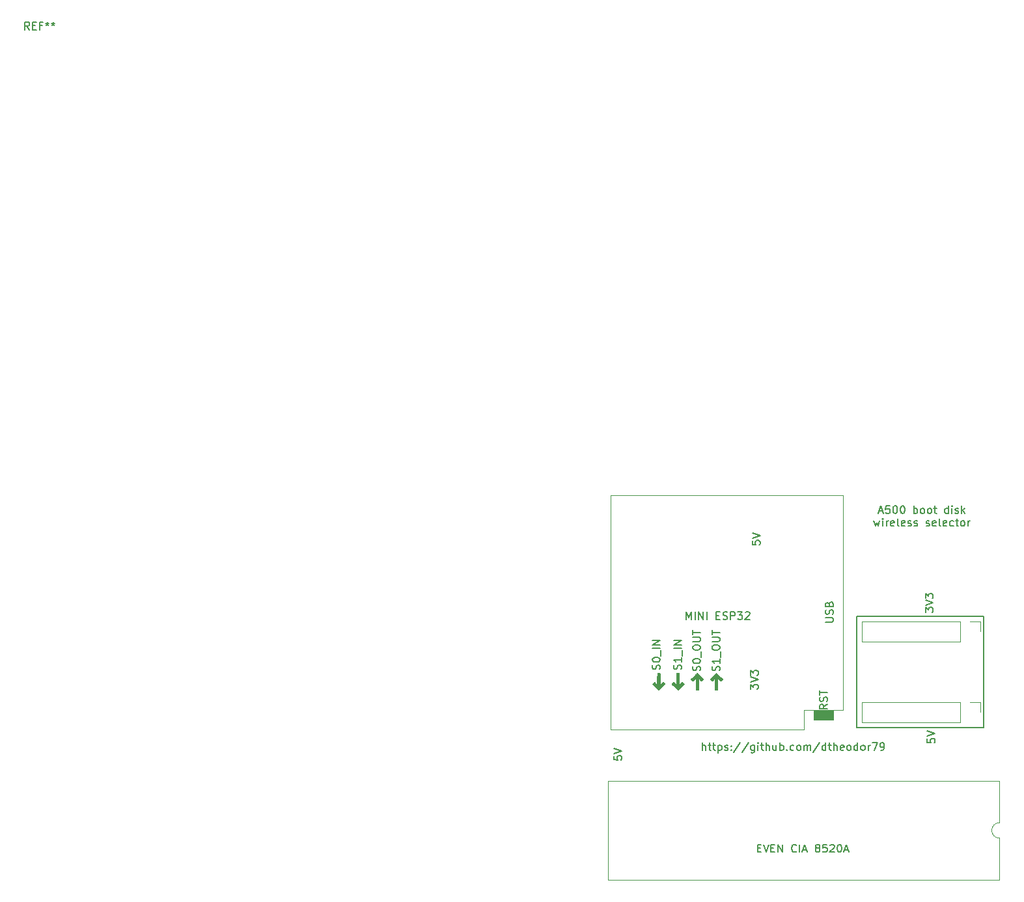
<source format=gto>
G04 #@! TF.GenerationSoftware,KiCad,Pcbnew,(5.1.6)-1*
G04 #@! TF.CreationDate,2021-10-27T15:33:21+03:00*
G04 #@! TF.ProjectId,df_selector,64665f73-656c-4656-9374-6f722e6b6963,rev?*
G04 #@! TF.SameCoordinates,Original*
G04 #@! TF.FileFunction,Legend,Top*
G04 #@! TF.FilePolarity,Positive*
%FSLAX46Y46*%
G04 Gerber Fmt 4.6, Leading zero omitted, Abs format (unit mm)*
G04 Created by KiCad (PCBNEW (5.1.6)-1) date 2021-10-27 15:33:21*
%MOMM*%
%LPD*%
G01*
G04 APERTURE LIST*
%ADD10C,0.150000*%
%ADD11C,0.120000*%
%ADD12C,0.100000*%
%ADD13C,0.010000*%
%ADD14O,1.700000X1.700000*%
%ADD15R,1.700000X1.700000*%
%ADD16C,1.700000*%
G04 APERTURE END LIST*
D10*
X74702380Y-95440476D02*
X74702380Y-95916666D01*
X75178571Y-95964285D01*
X75130952Y-95916666D01*
X75083333Y-95821428D01*
X75083333Y-95583333D01*
X75130952Y-95488095D01*
X75178571Y-95440476D01*
X75273809Y-95392857D01*
X75511904Y-95392857D01*
X75607142Y-95440476D01*
X75654761Y-95488095D01*
X75702380Y-95583333D01*
X75702380Y-95821428D01*
X75654761Y-95916666D01*
X75607142Y-95964285D01*
X74702380Y-95107142D02*
X75702380Y-94773809D01*
X74702380Y-94440476D01*
X92452380Y-86738095D02*
X92452380Y-86119047D01*
X92833333Y-86452380D01*
X92833333Y-86309523D01*
X92880952Y-86214285D01*
X92928571Y-86166666D01*
X93023809Y-86119047D01*
X93261904Y-86119047D01*
X93357142Y-86166666D01*
X93404761Y-86214285D01*
X93452380Y-86309523D01*
X93452380Y-86595238D01*
X93404761Y-86690476D01*
X93357142Y-86738095D01*
X92452380Y-85833333D02*
X93452380Y-85500000D01*
X92452380Y-85166666D01*
X92452380Y-84928571D02*
X92452380Y-84309523D01*
X92833333Y-84642857D01*
X92833333Y-84500000D01*
X92880952Y-84404761D01*
X92928571Y-84357142D01*
X93023809Y-84309523D01*
X93261904Y-84309523D01*
X93357142Y-84357142D01*
X93404761Y-84404761D01*
X93452380Y-84500000D01*
X93452380Y-84785714D01*
X93404761Y-84880952D01*
X93357142Y-84928571D01*
X92702380Y-67440476D02*
X92702380Y-67916666D01*
X93178571Y-67964285D01*
X93130952Y-67916666D01*
X93083333Y-67821428D01*
X93083333Y-67583333D01*
X93130952Y-67488095D01*
X93178571Y-67440476D01*
X93273809Y-67392857D01*
X93511904Y-67392857D01*
X93607142Y-67440476D01*
X93654761Y-67488095D01*
X93702380Y-67583333D01*
X93702380Y-67821428D01*
X93654761Y-67916666D01*
X93607142Y-67964285D01*
X92702380Y-67107142D02*
X93702380Y-66773809D01*
X92702380Y-66440476D01*
X88404761Y-84321428D02*
X88452380Y-84178571D01*
X88452380Y-83940476D01*
X88404761Y-83845238D01*
X88357142Y-83797619D01*
X88261904Y-83750000D01*
X88166666Y-83750000D01*
X88071428Y-83797619D01*
X88023809Y-83845238D01*
X87976190Y-83940476D01*
X87928571Y-84130952D01*
X87880952Y-84226190D01*
X87833333Y-84273809D01*
X87738095Y-84321428D01*
X87642857Y-84321428D01*
X87547619Y-84273809D01*
X87500000Y-84226190D01*
X87452380Y-84130952D01*
X87452380Y-83892857D01*
X87500000Y-83750000D01*
X88452380Y-82797619D02*
X88452380Y-83369047D01*
X88452380Y-83083333D02*
X87452380Y-83083333D01*
X87595238Y-83178571D01*
X87690476Y-83273809D01*
X87738095Y-83369047D01*
X88547619Y-82607142D02*
X88547619Y-81845238D01*
X87452380Y-81416666D02*
X87452380Y-81226190D01*
X87500000Y-81130952D01*
X87595238Y-81035714D01*
X87785714Y-80988095D01*
X88119047Y-80988095D01*
X88309523Y-81035714D01*
X88404761Y-81130952D01*
X88452380Y-81226190D01*
X88452380Y-81416666D01*
X88404761Y-81511904D01*
X88309523Y-81607142D01*
X88119047Y-81654761D01*
X87785714Y-81654761D01*
X87595238Y-81607142D01*
X87500000Y-81511904D01*
X87452380Y-81416666D01*
X87452380Y-80559523D02*
X88261904Y-80559523D01*
X88357142Y-80511904D01*
X88404761Y-80464285D01*
X88452380Y-80369047D01*
X88452380Y-80178571D01*
X88404761Y-80083333D01*
X88357142Y-80035714D01*
X88261904Y-79988095D01*
X87452380Y-79988095D01*
X87452380Y-79654761D02*
X87452380Y-79083333D01*
X88452380Y-79369047D02*
X87452380Y-79369047D01*
X85904761Y-84321428D02*
X85952380Y-84178571D01*
X85952380Y-83940476D01*
X85904761Y-83845238D01*
X85857142Y-83797619D01*
X85761904Y-83750000D01*
X85666666Y-83750000D01*
X85571428Y-83797619D01*
X85523809Y-83845238D01*
X85476190Y-83940476D01*
X85428571Y-84130952D01*
X85380952Y-84226190D01*
X85333333Y-84273809D01*
X85238095Y-84321428D01*
X85142857Y-84321428D01*
X85047619Y-84273809D01*
X85000000Y-84226190D01*
X84952380Y-84130952D01*
X84952380Y-83892857D01*
X85000000Y-83750000D01*
X84952380Y-83130952D02*
X84952380Y-83035714D01*
X85000000Y-82940476D01*
X85047619Y-82892857D01*
X85142857Y-82845238D01*
X85333333Y-82797619D01*
X85571428Y-82797619D01*
X85761904Y-82845238D01*
X85857142Y-82892857D01*
X85904761Y-82940476D01*
X85952380Y-83035714D01*
X85952380Y-83130952D01*
X85904761Y-83226190D01*
X85857142Y-83273809D01*
X85761904Y-83321428D01*
X85571428Y-83369047D01*
X85333333Y-83369047D01*
X85142857Y-83321428D01*
X85047619Y-83273809D01*
X85000000Y-83226190D01*
X84952380Y-83130952D01*
X86047619Y-82607142D02*
X86047619Y-81845238D01*
X84952380Y-81416666D02*
X84952380Y-81226190D01*
X85000000Y-81130952D01*
X85095238Y-81035714D01*
X85285714Y-80988095D01*
X85619047Y-80988095D01*
X85809523Y-81035714D01*
X85904761Y-81130952D01*
X85952380Y-81226190D01*
X85952380Y-81416666D01*
X85904761Y-81511904D01*
X85809523Y-81607142D01*
X85619047Y-81654761D01*
X85285714Y-81654761D01*
X85095238Y-81607142D01*
X85000000Y-81511904D01*
X84952380Y-81416666D01*
X84952380Y-80559523D02*
X85761904Y-80559523D01*
X85857142Y-80511904D01*
X85904761Y-80464285D01*
X85952380Y-80369047D01*
X85952380Y-80178571D01*
X85904761Y-80083333D01*
X85857142Y-80035714D01*
X85761904Y-79988095D01*
X84952380Y-79988095D01*
X84952380Y-79654761D02*
X84952380Y-79083333D01*
X85952380Y-79369047D02*
X84952380Y-79369047D01*
X83404761Y-84154761D02*
X83452380Y-84011904D01*
X83452380Y-83773809D01*
X83404761Y-83678571D01*
X83357142Y-83630952D01*
X83261904Y-83583333D01*
X83166666Y-83583333D01*
X83071428Y-83630952D01*
X83023809Y-83678571D01*
X82976190Y-83773809D01*
X82928571Y-83964285D01*
X82880952Y-84059523D01*
X82833333Y-84107142D01*
X82738095Y-84154761D01*
X82642857Y-84154761D01*
X82547619Y-84107142D01*
X82500000Y-84059523D01*
X82452380Y-83964285D01*
X82452380Y-83726190D01*
X82500000Y-83583333D01*
X83452380Y-82630952D02*
X83452380Y-83202380D01*
X83452380Y-82916666D02*
X82452380Y-82916666D01*
X82595238Y-83011904D01*
X82690476Y-83107142D01*
X82738095Y-83202380D01*
X83547619Y-82440476D02*
X83547619Y-81678571D01*
X83452380Y-81440476D02*
X82452380Y-81440476D01*
X83452380Y-80964285D02*
X82452380Y-80964285D01*
X83452380Y-80392857D01*
X82452380Y-80392857D01*
X80654761Y-84154761D02*
X80702380Y-84011904D01*
X80702380Y-83773809D01*
X80654761Y-83678571D01*
X80607142Y-83630952D01*
X80511904Y-83583333D01*
X80416666Y-83583333D01*
X80321428Y-83630952D01*
X80273809Y-83678571D01*
X80226190Y-83773809D01*
X80178571Y-83964285D01*
X80130952Y-84059523D01*
X80083333Y-84107142D01*
X79988095Y-84154761D01*
X79892857Y-84154761D01*
X79797619Y-84107142D01*
X79750000Y-84059523D01*
X79702380Y-83964285D01*
X79702380Y-83726190D01*
X79750000Y-83583333D01*
X79702380Y-82964285D02*
X79702380Y-82869047D01*
X79750000Y-82773809D01*
X79797619Y-82726190D01*
X79892857Y-82678571D01*
X80083333Y-82630952D01*
X80321428Y-82630952D01*
X80511904Y-82678571D01*
X80607142Y-82726190D01*
X80654761Y-82773809D01*
X80702380Y-82869047D01*
X80702380Y-82964285D01*
X80654761Y-83059523D01*
X80607142Y-83107142D01*
X80511904Y-83154761D01*
X80321428Y-83202380D01*
X80083333Y-83202380D01*
X79892857Y-83154761D01*
X79797619Y-83107142D01*
X79750000Y-83059523D01*
X79702380Y-82964285D01*
X80797619Y-82440476D02*
X80797619Y-81678571D01*
X80702380Y-81440476D02*
X79702380Y-81440476D01*
X80702380Y-80964285D02*
X79702380Y-80964285D01*
X80702380Y-80392857D01*
X79702380Y-80392857D01*
X115202380Y-76738095D02*
X115202380Y-76119047D01*
X115583333Y-76452380D01*
X115583333Y-76309523D01*
X115630952Y-76214285D01*
X115678571Y-76166666D01*
X115773809Y-76119047D01*
X116011904Y-76119047D01*
X116107142Y-76166666D01*
X116154761Y-76214285D01*
X116202380Y-76309523D01*
X116202380Y-76595238D01*
X116154761Y-76690476D01*
X116107142Y-76738095D01*
X115202380Y-75833333D02*
X116202380Y-75500000D01*
X115202380Y-75166666D01*
X115202380Y-74928571D02*
X115202380Y-74309523D01*
X115583333Y-74642857D01*
X115583333Y-74500000D01*
X115630952Y-74404761D01*
X115678571Y-74357142D01*
X115773809Y-74309523D01*
X116011904Y-74309523D01*
X116107142Y-74357142D01*
X116154761Y-74404761D01*
X116202380Y-74500000D01*
X116202380Y-74785714D01*
X116154761Y-74880952D01*
X116107142Y-74928571D01*
X115452380Y-93190476D02*
X115452380Y-93666666D01*
X115928571Y-93714285D01*
X115880952Y-93666666D01*
X115833333Y-93571428D01*
X115833333Y-93333333D01*
X115880952Y-93238095D01*
X115928571Y-93190476D01*
X116023809Y-93142857D01*
X116261904Y-93142857D01*
X116357142Y-93190476D01*
X116404761Y-93238095D01*
X116452380Y-93333333D01*
X116452380Y-93571428D01*
X116404761Y-93666666D01*
X116357142Y-93714285D01*
X115452380Y-92857142D02*
X116452380Y-92523809D01*
X115452380Y-92190476D01*
X109178571Y-63591666D02*
X109654761Y-63591666D01*
X109083333Y-63877380D02*
X109416666Y-62877380D01*
X109750000Y-63877380D01*
X110559523Y-62877380D02*
X110083333Y-62877380D01*
X110035714Y-63353571D01*
X110083333Y-63305952D01*
X110178571Y-63258333D01*
X110416666Y-63258333D01*
X110511904Y-63305952D01*
X110559523Y-63353571D01*
X110607142Y-63448809D01*
X110607142Y-63686904D01*
X110559523Y-63782142D01*
X110511904Y-63829761D01*
X110416666Y-63877380D01*
X110178571Y-63877380D01*
X110083333Y-63829761D01*
X110035714Y-63782142D01*
X111226190Y-62877380D02*
X111321428Y-62877380D01*
X111416666Y-62925000D01*
X111464285Y-62972619D01*
X111511904Y-63067857D01*
X111559523Y-63258333D01*
X111559523Y-63496428D01*
X111511904Y-63686904D01*
X111464285Y-63782142D01*
X111416666Y-63829761D01*
X111321428Y-63877380D01*
X111226190Y-63877380D01*
X111130952Y-63829761D01*
X111083333Y-63782142D01*
X111035714Y-63686904D01*
X110988095Y-63496428D01*
X110988095Y-63258333D01*
X111035714Y-63067857D01*
X111083333Y-62972619D01*
X111130952Y-62925000D01*
X111226190Y-62877380D01*
X112178571Y-62877380D02*
X112273809Y-62877380D01*
X112369047Y-62925000D01*
X112416666Y-62972619D01*
X112464285Y-63067857D01*
X112511904Y-63258333D01*
X112511904Y-63496428D01*
X112464285Y-63686904D01*
X112416666Y-63782142D01*
X112369047Y-63829761D01*
X112273809Y-63877380D01*
X112178571Y-63877380D01*
X112083333Y-63829761D01*
X112035714Y-63782142D01*
X111988095Y-63686904D01*
X111940476Y-63496428D01*
X111940476Y-63258333D01*
X111988095Y-63067857D01*
X112035714Y-62972619D01*
X112083333Y-62925000D01*
X112178571Y-62877380D01*
X113702380Y-63877380D02*
X113702380Y-62877380D01*
X113702380Y-63258333D02*
X113797619Y-63210714D01*
X113988095Y-63210714D01*
X114083333Y-63258333D01*
X114130952Y-63305952D01*
X114178571Y-63401190D01*
X114178571Y-63686904D01*
X114130952Y-63782142D01*
X114083333Y-63829761D01*
X113988095Y-63877380D01*
X113797619Y-63877380D01*
X113702380Y-63829761D01*
X114750000Y-63877380D02*
X114654761Y-63829761D01*
X114607142Y-63782142D01*
X114559523Y-63686904D01*
X114559523Y-63401190D01*
X114607142Y-63305952D01*
X114654761Y-63258333D01*
X114750000Y-63210714D01*
X114892857Y-63210714D01*
X114988095Y-63258333D01*
X115035714Y-63305952D01*
X115083333Y-63401190D01*
X115083333Y-63686904D01*
X115035714Y-63782142D01*
X114988095Y-63829761D01*
X114892857Y-63877380D01*
X114750000Y-63877380D01*
X115654761Y-63877380D02*
X115559523Y-63829761D01*
X115511904Y-63782142D01*
X115464285Y-63686904D01*
X115464285Y-63401190D01*
X115511904Y-63305952D01*
X115559523Y-63258333D01*
X115654761Y-63210714D01*
X115797619Y-63210714D01*
X115892857Y-63258333D01*
X115940476Y-63305952D01*
X115988095Y-63401190D01*
X115988095Y-63686904D01*
X115940476Y-63782142D01*
X115892857Y-63829761D01*
X115797619Y-63877380D01*
X115654761Y-63877380D01*
X116273809Y-63210714D02*
X116654761Y-63210714D01*
X116416666Y-62877380D02*
X116416666Y-63734523D01*
X116464285Y-63829761D01*
X116559523Y-63877380D01*
X116654761Y-63877380D01*
X118178571Y-63877380D02*
X118178571Y-62877380D01*
X118178571Y-63829761D02*
X118083333Y-63877380D01*
X117892857Y-63877380D01*
X117797619Y-63829761D01*
X117750000Y-63782142D01*
X117702380Y-63686904D01*
X117702380Y-63401190D01*
X117750000Y-63305952D01*
X117797619Y-63258333D01*
X117892857Y-63210714D01*
X118083333Y-63210714D01*
X118178571Y-63258333D01*
X118654761Y-63877380D02*
X118654761Y-63210714D01*
X118654761Y-62877380D02*
X118607142Y-62925000D01*
X118654761Y-62972619D01*
X118702380Y-62925000D01*
X118654761Y-62877380D01*
X118654761Y-62972619D01*
X119083333Y-63829761D02*
X119178571Y-63877380D01*
X119369047Y-63877380D01*
X119464285Y-63829761D01*
X119511904Y-63734523D01*
X119511904Y-63686904D01*
X119464285Y-63591666D01*
X119369047Y-63544047D01*
X119226190Y-63544047D01*
X119130952Y-63496428D01*
X119083333Y-63401190D01*
X119083333Y-63353571D01*
X119130952Y-63258333D01*
X119226190Y-63210714D01*
X119369047Y-63210714D01*
X119464285Y-63258333D01*
X119940476Y-63877380D02*
X119940476Y-62877380D01*
X120035714Y-63496428D02*
X120321428Y-63877380D01*
X120321428Y-63210714D02*
X119940476Y-63591666D01*
X108511904Y-64860714D02*
X108702380Y-65527380D01*
X108892857Y-65051190D01*
X109083333Y-65527380D01*
X109273809Y-64860714D01*
X109654761Y-65527380D02*
X109654761Y-64860714D01*
X109654761Y-64527380D02*
X109607142Y-64575000D01*
X109654761Y-64622619D01*
X109702380Y-64575000D01*
X109654761Y-64527380D01*
X109654761Y-64622619D01*
X110130952Y-65527380D02*
X110130952Y-64860714D01*
X110130952Y-65051190D02*
X110178571Y-64955952D01*
X110226190Y-64908333D01*
X110321428Y-64860714D01*
X110416666Y-64860714D01*
X111130952Y-65479761D02*
X111035714Y-65527380D01*
X110845238Y-65527380D01*
X110750000Y-65479761D01*
X110702380Y-65384523D01*
X110702380Y-65003571D01*
X110750000Y-64908333D01*
X110845238Y-64860714D01*
X111035714Y-64860714D01*
X111130952Y-64908333D01*
X111178571Y-65003571D01*
X111178571Y-65098809D01*
X110702380Y-65194047D01*
X111750000Y-65527380D02*
X111654761Y-65479761D01*
X111607142Y-65384523D01*
X111607142Y-64527380D01*
X112511904Y-65479761D02*
X112416666Y-65527380D01*
X112226190Y-65527380D01*
X112130952Y-65479761D01*
X112083333Y-65384523D01*
X112083333Y-65003571D01*
X112130952Y-64908333D01*
X112226190Y-64860714D01*
X112416666Y-64860714D01*
X112511904Y-64908333D01*
X112559523Y-65003571D01*
X112559523Y-65098809D01*
X112083333Y-65194047D01*
X112940476Y-65479761D02*
X113035714Y-65527380D01*
X113226190Y-65527380D01*
X113321428Y-65479761D01*
X113369047Y-65384523D01*
X113369047Y-65336904D01*
X113321428Y-65241666D01*
X113226190Y-65194047D01*
X113083333Y-65194047D01*
X112988095Y-65146428D01*
X112940476Y-65051190D01*
X112940476Y-65003571D01*
X112988095Y-64908333D01*
X113083333Y-64860714D01*
X113226190Y-64860714D01*
X113321428Y-64908333D01*
X113750000Y-65479761D02*
X113845238Y-65527380D01*
X114035714Y-65527380D01*
X114130952Y-65479761D01*
X114178571Y-65384523D01*
X114178571Y-65336904D01*
X114130952Y-65241666D01*
X114035714Y-65194047D01*
X113892857Y-65194047D01*
X113797619Y-65146428D01*
X113750000Y-65051190D01*
X113750000Y-65003571D01*
X113797619Y-64908333D01*
X113892857Y-64860714D01*
X114035714Y-64860714D01*
X114130952Y-64908333D01*
X115321428Y-65479761D02*
X115416666Y-65527380D01*
X115607142Y-65527380D01*
X115702380Y-65479761D01*
X115750000Y-65384523D01*
X115750000Y-65336904D01*
X115702380Y-65241666D01*
X115607142Y-65194047D01*
X115464285Y-65194047D01*
X115369047Y-65146428D01*
X115321428Y-65051190D01*
X115321428Y-65003571D01*
X115369047Y-64908333D01*
X115464285Y-64860714D01*
X115607142Y-64860714D01*
X115702380Y-64908333D01*
X116559523Y-65479761D02*
X116464285Y-65527380D01*
X116273809Y-65527380D01*
X116178571Y-65479761D01*
X116130952Y-65384523D01*
X116130952Y-65003571D01*
X116178571Y-64908333D01*
X116273809Y-64860714D01*
X116464285Y-64860714D01*
X116559523Y-64908333D01*
X116607142Y-65003571D01*
X116607142Y-65098809D01*
X116130952Y-65194047D01*
X117178571Y-65527380D02*
X117083333Y-65479761D01*
X117035714Y-65384523D01*
X117035714Y-64527380D01*
X117940476Y-65479761D02*
X117845238Y-65527380D01*
X117654761Y-65527380D01*
X117559523Y-65479761D01*
X117511904Y-65384523D01*
X117511904Y-65003571D01*
X117559523Y-64908333D01*
X117654761Y-64860714D01*
X117845238Y-64860714D01*
X117940476Y-64908333D01*
X117988095Y-65003571D01*
X117988095Y-65098809D01*
X117511904Y-65194047D01*
X118845238Y-65479761D02*
X118750000Y-65527380D01*
X118559523Y-65527380D01*
X118464285Y-65479761D01*
X118416666Y-65432142D01*
X118369047Y-65336904D01*
X118369047Y-65051190D01*
X118416666Y-64955952D01*
X118464285Y-64908333D01*
X118559523Y-64860714D01*
X118750000Y-64860714D01*
X118845238Y-64908333D01*
X119130952Y-64860714D02*
X119511904Y-64860714D01*
X119273809Y-64527380D02*
X119273809Y-65384523D01*
X119321428Y-65479761D01*
X119416666Y-65527380D01*
X119511904Y-65527380D01*
X119988095Y-65527380D02*
X119892857Y-65479761D01*
X119845238Y-65432142D01*
X119797619Y-65336904D01*
X119797619Y-65051190D01*
X119845238Y-64955952D01*
X119892857Y-64908333D01*
X119988095Y-64860714D01*
X120130952Y-64860714D01*
X120226190Y-64908333D01*
X120273809Y-64955952D01*
X120321428Y-65051190D01*
X120321428Y-65336904D01*
X120273809Y-65432142D01*
X120226190Y-65479761D01*
X120130952Y-65527380D01*
X119988095Y-65527380D01*
X120750000Y-65527380D02*
X120750000Y-64860714D01*
X120750000Y-65051190D02*
X120797619Y-64955952D01*
X120845238Y-64908333D01*
X120940476Y-64860714D01*
X121035714Y-64860714D01*
X86190476Y-94702380D02*
X86190476Y-93702380D01*
X86619047Y-94702380D02*
X86619047Y-94178571D01*
X86571428Y-94083333D01*
X86476190Y-94035714D01*
X86333333Y-94035714D01*
X86238095Y-94083333D01*
X86190476Y-94130952D01*
X86952380Y-94035714D02*
X87333333Y-94035714D01*
X87095238Y-93702380D02*
X87095238Y-94559523D01*
X87142857Y-94654761D01*
X87238095Y-94702380D01*
X87333333Y-94702380D01*
X87523809Y-94035714D02*
X87904761Y-94035714D01*
X87666666Y-93702380D02*
X87666666Y-94559523D01*
X87714285Y-94654761D01*
X87809523Y-94702380D01*
X87904761Y-94702380D01*
X88238095Y-94035714D02*
X88238095Y-95035714D01*
X88238095Y-94083333D02*
X88333333Y-94035714D01*
X88523809Y-94035714D01*
X88619047Y-94083333D01*
X88666666Y-94130952D01*
X88714285Y-94226190D01*
X88714285Y-94511904D01*
X88666666Y-94607142D01*
X88619047Y-94654761D01*
X88523809Y-94702380D01*
X88333333Y-94702380D01*
X88238095Y-94654761D01*
X89095238Y-94654761D02*
X89190476Y-94702380D01*
X89380952Y-94702380D01*
X89476190Y-94654761D01*
X89523809Y-94559523D01*
X89523809Y-94511904D01*
X89476190Y-94416666D01*
X89380952Y-94369047D01*
X89238095Y-94369047D01*
X89142857Y-94321428D01*
X89095238Y-94226190D01*
X89095238Y-94178571D01*
X89142857Y-94083333D01*
X89238095Y-94035714D01*
X89380952Y-94035714D01*
X89476190Y-94083333D01*
X89952380Y-94607142D02*
X90000000Y-94654761D01*
X89952380Y-94702380D01*
X89904761Y-94654761D01*
X89952380Y-94607142D01*
X89952380Y-94702380D01*
X89952380Y-94083333D02*
X90000000Y-94130952D01*
X89952380Y-94178571D01*
X89904761Y-94130952D01*
X89952380Y-94083333D01*
X89952380Y-94178571D01*
X91142857Y-93654761D02*
X90285714Y-94940476D01*
X92190476Y-93654761D02*
X91333333Y-94940476D01*
X92952380Y-94035714D02*
X92952380Y-94845238D01*
X92904761Y-94940476D01*
X92857142Y-94988095D01*
X92761904Y-95035714D01*
X92619047Y-95035714D01*
X92523809Y-94988095D01*
X92952380Y-94654761D02*
X92857142Y-94702380D01*
X92666666Y-94702380D01*
X92571428Y-94654761D01*
X92523809Y-94607142D01*
X92476190Y-94511904D01*
X92476190Y-94226190D01*
X92523809Y-94130952D01*
X92571428Y-94083333D01*
X92666666Y-94035714D01*
X92857142Y-94035714D01*
X92952380Y-94083333D01*
X93428571Y-94702380D02*
X93428571Y-94035714D01*
X93428571Y-93702380D02*
X93380952Y-93750000D01*
X93428571Y-93797619D01*
X93476190Y-93750000D01*
X93428571Y-93702380D01*
X93428571Y-93797619D01*
X93761904Y-94035714D02*
X94142857Y-94035714D01*
X93904761Y-93702380D02*
X93904761Y-94559523D01*
X93952380Y-94654761D01*
X94047619Y-94702380D01*
X94142857Y-94702380D01*
X94476190Y-94702380D02*
X94476190Y-93702380D01*
X94904761Y-94702380D02*
X94904761Y-94178571D01*
X94857142Y-94083333D01*
X94761904Y-94035714D01*
X94619047Y-94035714D01*
X94523809Y-94083333D01*
X94476190Y-94130952D01*
X95809523Y-94035714D02*
X95809523Y-94702380D01*
X95380952Y-94035714D02*
X95380952Y-94559523D01*
X95428571Y-94654761D01*
X95523809Y-94702380D01*
X95666666Y-94702380D01*
X95761904Y-94654761D01*
X95809523Y-94607142D01*
X96285714Y-94702380D02*
X96285714Y-93702380D01*
X96285714Y-94083333D02*
X96380952Y-94035714D01*
X96571428Y-94035714D01*
X96666666Y-94083333D01*
X96714285Y-94130952D01*
X96761904Y-94226190D01*
X96761904Y-94511904D01*
X96714285Y-94607142D01*
X96666666Y-94654761D01*
X96571428Y-94702380D01*
X96380952Y-94702380D01*
X96285714Y-94654761D01*
X97190476Y-94607142D02*
X97238095Y-94654761D01*
X97190476Y-94702380D01*
X97142857Y-94654761D01*
X97190476Y-94607142D01*
X97190476Y-94702380D01*
X98095238Y-94654761D02*
X98000000Y-94702380D01*
X97809523Y-94702380D01*
X97714285Y-94654761D01*
X97666666Y-94607142D01*
X97619047Y-94511904D01*
X97619047Y-94226190D01*
X97666666Y-94130952D01*
X97714285Y-94083333D01*
X97809523Y-94035714D01*
X98000000Y-94035714D01*
X98095238Y-94083333D01*
X98666666Y-94702380D02*
X98571428Y-94654761D01*
X98523809Y-94607142D01*
X98476190Y-94511904D01*
X98476190Y-94226190D01*
X98523809Y-94130952D01*
X98571428Y-94083333D01*
X98666666Y-94035714D01*
X98809523Y-94035714D01*
X98904761Y-94083333D01*
X98952380Y-94130952D01*
X99000000Y-94226190D01*
X99000000Y-94511904D01*
X98952380Y-94607142D01*
X98904761Y-94654761D01*
X98809523Y-94702380D01*
X98666666Y-94702380D01*
X99428571Y-94702380D02*
X99428571Y-94035714D01*
X99428571Y-94130952D02*
X99476190Y-94083333D01*
X99571428Y-94035714D01*
X99714285Y-94035714D01*
X99809523Y-94083333D01*
X99857142Y-94178571D01*
X99857142Y-94702380D01*
X99857142Y-94178571D02*
X99904761Y-94083333D01*
X100000000Y-94035714D01*
X100142857Y-94035714D01*
X100238095Y-94083333D01*
X100285714Y-94178571D01*
X100285714Y-94702380D01*
X101476190Y-93654761D02*
X100619047Y-94940476D01*
X102238095Y-94702380D02*
X102238095Y-93702380D01*
X102238095Y-94654761D02*
X102142857Y-94702380D01*
X101952380Y-94702380D01*
X101857142Y-94654761D01*
X101809523Y-94607142D01*
X101761904Y-94511904D01*
X101761904Y-94226190D01*
X101809523Y-94130952D01*
X101857142Y-94083333D01*
X101952380Y-94035714D01*
X102142857Y-94035714D01*
X102238095Y-94083333D01*
X102571428Y-94035714D02*
X102952380Y-94035714D01*
X102714285Y-93702380D02*
X102714285Y-94559523D01*
X102761904Y-94654761D01*
X102857142Y-94702380D01*
X102952380Y-94702380D01*
X103285714Y-94702380D02*
X103285714Y-93702380D01*
X103714285Y-94702380D02*
X103714285Y-94178571D01*
X103666666Y-94083333D01*
X103571428Y-94035714D01*
X103428571Y-94035714D01*
X103333333Y-94083333D01*
X103285714Y-94130952D01*
X104571428Y-94654761D02*
X104476190Y-94702380D01*
X104285714Y-94702380D01*
X104190476Y-94654761D01*
X104142857Y-94559523D01*
X104142857Y-94178571D01*
X104190476Y-94083333D01*
X104285714Y-94035714D01*
X104476190Y-94035714D01*
X104571428Y-94083333D01*
X104619047Y-94178571D01*
X104619047Y-94273809D01*
X104142857Y-94369047D01*
X105190476Y-94702380D02*
X105095238Y-94654761D01*
X105047619Y-94607142D01*
X105000000Y-94511904D01*
X105000000Y-94226190D01*
X105047619Y-94130952D01*
X105095238Y-94083333D01*
X105190476Y-94035714D01*
X105333333Y-94035714D01*
X105428571Y-94083333D01*
X105476190Y-94130952D01*
X105523809Y-94226190D01*
X105523809Y-94511904D01*
X105476190Y-94607142D01*
X105428571Y-94654761D01*
X105333333Y-94702380D01*
X105190476Y-94702380D01*
X106380952Y-94702380D02*
X106380952Y-93702380D01*
X106380952Y-94654761D02*
X106285714Y-94702380D01*
X106095238Y-94702380D01*
X106000000Y-94654761D01*
X105952380Y-94607142D01*
X105904761Y-94511904D01*
X105904761Y-94226190D01*
X105952380Y-94130952D01*
X106000000Y-94083333D01*
X106095238Y-94035714D01*
X106285714Y-94035714D01*
X106380952Y-94083333D01*
X107000000Y-94702380D02*
X106904761Y-94654761D01*
X106857142Y-94607142D01*
X106809523Y-94511904D01*
X106809523Y-94226190D01*
X106857142Y-94130952D01*
X106904761Y-94083333D01*
X107000000Y-94035714D01*
X107142857Y-94035714D01*
X107238095Y-94083333D01*
X107285714Y-94130952D01*
X107333333Y-94226190D01*
X107333333Y-94511904D01*
X107285714Y-94607142D01*
X107238095Y-94654761D01*
X107142857Y-94702380D01*
X107000000Y-94702380D01*
X107761904Y-94702380D02*
X107761904Y-94035714D01*
X107761904Y-94226190D02*
X107809523Y-94130952D01*
X107857142Y-94083333D01*
X107952380Y-94035714D01*
X108047619Y-94035714D01*
X108285714Y-93702380D02*
X108952380Y-93702380D01*
X108523809Y-94702380D01*
X109380952Y-94702380D02*
X109571428Y-94702380D01*
X109666666Y-94654761D01*
X109714285Y-94607142D01*
X109809523Y-94464285D01*
X109857142Y-94273809D01*
X109857142Y-93892857D01*
X109809523Y-93797619D01*
X109761904Y-93750000D01*
X109666666Y-93702380D01*
X109476190Y-93702380D01*
X109380952Y-93750000D01*
X109333333Y-93797619D01*
X109285714Y-93892857D01*
X109285714Y-94130952D01*
X109333333Y-94226190D01*
X109380952Y-94273809D01*
X109476190Y-94321428D01*
X109666666Y-94321428D01*
X109761904Y-94273809D01*
X109809523Y-94226190D01*
X109857142Y-94130952D01*
X106250000Y-91750000D02*
X106250000Y-77250000D01*
X122750000Y-91750000D02*
X106250000Y-91750000D01*
X122750000Y-77250000D02*
X122750000Y-91750000D01*
X106250000Y-77250000D02*
X122750000Y-77250000D01*
D11*
X119730000Y-91080000D02*
X106970000Y-91080000D01*
X106970000Y-88420000D02*
X106970000Y-91080000D01*
X119730000Y-88420000D02*
X106970000Y-88420000D01*
X119730000Y-88420000D02*
X119730000Y-91080000D01*
X121000000Y-88420000D02*
X122330000Y-88420000D01*
X122330000Y-88420000D02*
X122330000Y-89750000D01*
X122330000Y-77920000D02*
X122330000Y-79250000D01*
X121000000Y-77920000D02*
X122330000Y-77920000D01*
X119730000Y-77920000D02*
X119730000Y-80580000D01*
X119730000Y-80580000D02*
X106970000Y-80580000D01*
X119730000Y-77920000D02*
X106970000Y-77920000D01*
X106970000Y-77920000D02*
X106970000Y-80580000D01*
X104530000Y-89450000D02*
X104530000Y-61510000D01*
D12*
G36*
X103260000Y-90720000D02*
G01*
X100720000Y-90720000D01*
X100720000Y-89450000D01*
X103260000Y-89450000D01*
X103260000Y-90720000D01*
G37*
X103260000Y-90720000D02*
X100720000Y-90720000D01*
X100720000Y-89450000D01*
X103260000Y-89450000D01*
X103260000Y-90720000D01*
D11*
X99450000Y-91990000D02*
X99450000Y-89450000D01*
X74250000Y-91990000D02*
X99450000Y-91990000D01*
X74250000Y-61510000D02*
X104530000Y-61510000D01*
X99450000Y-89450000D02*
X104530000Y-89450000D01*
X74250000Y-91990000D02*
X74250000Y-61510000D01*
X124840000Y-104120000D02*
X124840000Y-98660000D01*
X124840000Y-98660000D02*
X73920000Y-98660000D01*
X73920000Y-98660000D02*
X73920000Y-111580000D01*
X73920000Y-111580000D02*
X124840000Y-111580000D01*
X124840000Y-111580000D02*
X124840000Y-106120000D01*
X124840000Y-106120000D02*
G75*
G02*
X124840000Y-104120000I0J1000000D01*
G01*
D13*
G36*
X87820083Y-86813301D02*
G01*
X87817967Y-86072446D01*
X87815850Y-85331590D01*
X87648633Y-85496509D01*
X87617072Y-85527562D01*
X87587001Y-85557004D01*
X87559015Y-85584262D01*
X87533709Y-85608764D01*
X87511679Y-85629936D01*
X87493521Y-85647206D01*
X87479830Y-85659998D01*
X87471200Y-85667742D01*
X87468717Y-85669715D01*
X87461893Y-85673996D01*
X87455719Y-85676902D01*
X87449508Y-85677974D01*
X87442574Y-85676748D01*
X87434230Y-85672763D01*
X87423791Y-85665557D01*
X87410569Y-85654669D01*
X87393879Y-85639637D01*
X87373035Y-85619999D01*
X87347349Y-85595294D01*
X87322928Y-85571644D01*
X87297417Y-85546715D01*
X87273720Y-85523171D01*
X87252565Y-85501767D01*
X87234681Y-85483254D01*
X87220796Y-85468388D01*
X87211639Y-85457919D01*
X87208018Y-85452824D01*
X87205051Y-85441531D01*
X87207477Y-85430902D01*
X87208793Y-85428002D01*
X87212297Y-85423986D01*
X87221426Y-85414504D01*
X87235734Y-85399991D01*
X87254776Y-85380885D01*
X87278107Y-85357622D01*
X87305282Y-85330638D01*
X87335855Y-85300370D01*
X87369382Y-85267254D01*
X87405417Y-85231725D01*
X87443514Y-85194222D01*
X87483230Y-85155180D01*
X87524118Y-85115036D01*
X87565734Y-85074226D01*
X87607632Y-85033186D01*
X87649366Y-84992353D01*
X87690493Y-84952163D01*
X87730566Y-84913053D01*
X87769141Y-84875458D01*
X87805772Y-84839817D01*
X87840014Y-84806564D01*
X87871422Y-84776136D01*
X87899551Y-84748970D01*
X87923955Y-84725502D01*
X87944189Y-84706169D01*
X87959809Y-84691407D01*
X87967505Y-84684258D01*
X87983019Y-84671876D01*
X87996278Y-84666440D01*
X88009129Y-84668008D01*
X88023418Y-84676639D01*
X88034689Y-84686375D01*
X88049100Y-84699925D01*
X88068238Y-84718158D01*
X88091659Y-84740636D01*
X88118918Y-84766926D01*
X88149571Y-84796589D01*
X88183173Y-84829192D01*
X88219280Y-84864298D01*
X88257447Y-84901472D01*
X88297230Y-84940277D01*
X88338184Y-84980278D01*
X88379865Y-85021039D01*
X88421828Y-85062124D01*
X88463629Y-85103098D01*
X88504824Y-85143525D01*
X88544967Y-85182968D01*
X88583614Y-85220993D01*
X88620322Y-85257164D01*
X88654644Y-85291044D01*
X88686138Y-85322198D01*
X88714358Y-85350191D01*
X88738860Y-85374585D01*
X88759199Y-85394947D01*
X88774931Y-85410839D01*
X88785611Y-85421826D01*
X88790795Y-85427473D01*
X88791207Y-85428049D01*
X88794880Y-85439395D01*
X88793042Y-85450135D01*
X88792068Y-85452618D01*
X88787663Y-85458869D01*
X88777973Y-85469934D01*
X88763856Y-85484984D01*
X88746169Y-85503188D01*
X88725768Y-85523717D01*
X88703511Y-85545741D01*
X88680254Y-85568429D01*
X88656855Y-85590952D01*
X88634170Y-85612480D01*
X88613056Y-85632183D01*
X88594371Y-85649231D01*
X88578971Y-85662794D01*
X88567713Y-85672041D01*
X88561454Y-85676144D01*
X88561182Y-85676229D01*
X88548993Y-85676602D01*
X88538610Y-85673999D01*
X88533512Y-85670162D01*
X88522988Y-85660913D01*
X88507617Y-85646804D01*
X88487981Y-85628386D01*
X88464661Y-85606211D01*
X88438240Y-85580831D01*
X88409298Y-85552799D01*
X88378417Y-85522666D01*
X88355600Y-85500266D01*
X88184150Y-85331527D01*
X88182034Y-86072414D01*
X88179917Y-86813301D01*
X88156161Y-86833733D01*
X87843839Y-86833733D01*
X87820083Y-86813301D01*
G37*
X87820083Y-86813301D02*
X87817967Y-86072446D01*
X87815850Y-85331590D01*
X87648633Y-85496509D01*
X87617072Y-85527562D01*
X87587001Y-85557004D01*
X87559015Y-85584262D01*
X87533709Y-85608764D01*
X87511679Y-85629936D01*
X87493521Y-85647206D01*
X87479830Y-85659998D01*
X87471200Y-85667742D01*
X87468717Y-85669715D01*
X87461893Y-85673996D01*
X87455719Y-85676902D01*
X87449508Y-85677974D01*
X87442574Y-85676748D01*
X87434230Y-85672763D01*
X87423791Y-85665557D01*
X87410569Y-85654669D01*
X87393879Y-85639637D01*
X87373035Y-85619999D01*
X87347349Y-85595294D01*
X87322928Y-85571644D01*
X87297417Y-85546715D01*
X87273720Y-85523171D01*
X87252565Y-85501767D01*
X87234681Y-85483254D01*
X87220796Y-85468388D01*
X87211639Y-85457919D01*
X87208018Y-85452824D01*
X87205051Y-85441531D01*
X87207477Y-85430902D01*
X87208793Y-85428002D01*
X87212297Y-85423986D01*
X87221426Y-85414504D01*
X87235734Y-85399991D01*
X87254776Y-85380885D01*
X87278107Y-85357622D01*
X87305282Y-85330638D01*
X87335855Y-85300370D01*
X87369382Y-85267254D01*
X87405417Y-85231725D01*
X87443514Y-85194222D01*
X87483230Y-85155180D01*
X87524118Y-85115036D01*
X87565734Y-85074226D01*
X87607632Y-85033186D01*
X87649366Y-84992353D01*
X87690493Y-84952163D01*
X87730566Y-84913053D01*
X87769141Y-84875458D01*
X87805772Y-84839817D01*
X87840014Y-84806564D01*
X87871422Y-84776136D01*
X87899551Y-84748970D01*
X87923955Y-84725502D01*
X87944189Y-84706169D01*
X87959809Y-84691407D01*
X87967505Y-84684258D01*
X87983019Y-84671876D01*
X87996278Y-84666440D01*
X88009129Y-84668008D01*
X88023418Y-84676639D01*
X88034689Y-84686375D01*
X88049100Y-84699925D01*
X88068238Y-84718158D01*
X88091659Y-84740636D01*
X88118918Y-84766926D01*
X88149571Y-84796589D01*
X88183173Y-84829192D01*
X88219280Y-84864298D01*
X88257447Y-84901472D01*
X88297230Y-84940277D01*
X88338184Y-84980278D01*
X88379865Y-85021039D01*
X88421828Y-85062124D01*
X88463629Y-85103098D01*
X88504824Y-85143525D01*
X88544967Y-85182968D01*
X88583614Y-85220993D01*
X88620322Y-85257164D01*
X88654644Y-85291044D01*
X88686138Y-85322198D01*
X88714358Y-85350191D01*
X88738860Y-85374585D01*
X88759199Y-85394947D01*
X88774931Y-85410839D01*
X88785611Y-85421826D01*
X88790795Y-85427473D01*
X88791207Y-85428049D01*
X88794880Y-85439395D01*
X88793042Y-85450135D01*
X88792068Y-85452618D01*
X88787663Y-85458869D01*
X88777973Y-85469934D01*
X88763856Y-85484984D01*
X88746169Y-85503188D01*
X88725768Y-85523717D01*
X88703511Y-85545741D01*
X88680254Y-85568429D01*
X88656855Y-85590952D01*
X88634170Y-85612480D01*
X88613056Y-85632183D01*
X88594371Y-85649231D01*
X88578971Y-85662794D01*
X88567713Y-85672041D01*
X88561454Y-85676144D01*
X88561182Y-85676229D01*
X88548993Y-85676602D01*
X88538610Y-85673999D01*
X88533512Y-85670162D01*
X88522988Y-85660913D01*
X88507617Y-85646804D01*
X88487981Y-85628386D01*
X88464661Y-85606211D01*
X88438240Y-85580831D01*
X88409298Y-85552799D01*
X88378417Y-85522666D01*
X88355600Y-85500266D01*
X88184150Y-85331527D01*
X88182034Y-86072414D01*
X88179917Y-86813301D01*
X88156161Y-86833733D01*
X87843839Y-86833733D01*
X87820083Y-86813301D01*
G36*
X85320083Y-86813301D02*
G01*
X85317967Y-86072446D01*
X85315850Y-85331590D01*
X85148633Y-85496509D01*
X85117072Y-85527562D01*
X85087001Y-85557004D01*
X85059015Y-85584262D01*
X85033709Y-85608764D01*
X85011679Y-85629936D01*
X84993521Y-85647206D01*
X84979830Y-85659998D01*
X84971200Y-85667742D01*
X84968717Y-85669715D01*
X84961893Y-85673996D01*
X84955719Y-85676902D01*
X84949508Y-85677974D01*
X84942574Y-85676748D01*
X84934230Y-85672763D01*
X84923791Y-85665557D01*
X84910569Y-85654669D01*
X84893879Y-85639637D01*
X84873035Y-85619999D01*
X84847349Y-85595294D01*
X84822928Y-85571644D01*
X84797417Y-85546715D01*
X84773720Y-85523171D01*
X84752565Y-85501767D01*
X84734681Y-85483254D01*
X84720796Y-85468388D01*
X84711639Y-85457919D01*
X84708018Y-85452824D01*
X84705051Y-85441531D01*
X84707477Y-85430902D01*
X84708793Y-85428002D01*
X84712297Y-85423986D01*
X84721426Y-85414504D01*
X84735734Y-85399991D01*
X84754776Y-85380885D01*
X84778107Y-85357622D01*
X84805282Y-85330638D01*
X84835855Y-85300370D01*
X84869382Y-85267254D01*
X84905417Y-85231725D01*
X84943514Y-85194222D01*
X84983230Y-85155180D01*
X85024118Y-85115036D01*
X85065734Y-85074226D01*
X85107632Y-85033186D01*
X85149366Y-84992353D01*
X85190493Y-84952163D01*
X85230566Y-84913053D01*
X85269141Y-84875458D01*
X85305772Y-84839817D01*
X85340014Y-84806564D01*
X85371422Y-84776136D01*
X85399551Y-84748970D01*
X85423955Y-84725502D01*
X85444189Y-84706169D01*
X85459809Y-84691407D01*
X85467505Y-84684258D01*
X85483019Y-84671876D01*
X85496278Y-84666440D01*
X85509129Y-84668008D01*
X85523418Y-84676639D01*
X85534689Y-84686375D01*
X85549100Y-84699925D01*
X85568238Y-84718158D01*
X85591659Y-84740636D01*
X85618918Y-84766926D01*
X85649571Y-84796589D01*
X85683173Y-84829192D01*
X85719280Y-84864298D01*
X85757447Y-84901472D01*
X85797230Y-84940277D01*
X85838184Y-84980278D01*
X85879865Y-85021039D01*
X85921828Y-85062124D01*
X85963629Y-85103098D01*
X86004824Y-85143525D01*
X86044967Y-85182968D01*
X86083614Y-85220993D01*
X86120322Y-85257164D01*
X86154644Y-85291044D01*
X86186138Y-85322198D01*
X86214358Y-85350191D01*
X86238860Y-85374585D01*
X86259199Y-85394947D01*
X86274931Y-85410839D01*
X86285611Y-85421826D01*
X86290795Y-85427473D01*
X86291207Y-85428049D01*
X86294880Y-85439395D01*
X86293042Y-85450135D01*
X86292068Y-85452618D01*
X86287663Y-85458869D01*
X86277973Y-85469934D01*
X86263856Y-85484984D01*
X86246169Y-85503188D01*
X86225768Y-85523717D01*
X86203511Y-85545741D01*
X86180254Y-85568429D01*
X86156855Y-85590952D01*
X86134170Y-85612480D01*
X86113056Y-85632183D01*
X86094371Y-85649231D01*
X86078971Y-85662794D01*
X86067713Y-85672041D01*
X86061454Y-85676144D01*
X86061182Y-85676229D01*
X86048993Y-85676602D01*
X86038610Y-85673999D01*
X86033512Y-85670162D01*
X86022988Y-85660913D01*
X86007617Y-85646804D01*
X85987981Y-85628386D01*
X85964661Y-85606211D01*
X85938240Y-85580831D01*
X85909298Y-85552799D01*
X85878417Y-85522666D01*
X85855600Y-85500266D01*
X85684150Y-85331527D01*
X85682034Y-86072414D01*
X85679917Y-86813301D01*
X85656161Y-86833733D01*
X85343839Y-86833733D01*
X85320083Y-86813301D01*
G37*
X85320083Y-86813301D02*
X85317967Y-86072446D01*
X85315850Y-85331590D01*
X85148633Y-85496509D01*
X85117072Y-85527562D01*
X85087001Y-85557004D01*
X85059015Y-85584262D01*
X85033709Y-85608764D01*
X85011679Y-85629936D01*
X84993521Y-85647206D01*
X84979830Y-85659998D01*
X84971200Y-85667742D01*
X84968717Y-85669715D01*
X84961893Y-85673996D01*
X84955719Y-85676902D01*
X84949508Y-85677974D01*
X84942574Y-85676748D01*
X84934230Y-85672763D01*
X84923791Y-85665557D01*
X84910569Y-85654669D01*
X84893879Y-85639637D01*
X84873035Y-85619999D01*
X84847349Y-85595294D01*
X84822928Y-85571644D01*
X84797417Y-85546715D01*
X84773720Y-85523171D01*
X84752565Y-85501767D01*
X84734681Y-85483254D01*
X84720796Y-85468388D01*
X84711639Y-85457919D01*
X84708018Y-85452824D01*
X84705051Y-85441531D01*
X84707477Y-85430902D01*
X84708793Y-85428002D01*
X84712297Y-85423986D01*
X84721426Y-85414504D01*
X84735734Y-85399991D01*
X84754776Y-85380885D01*
X84778107Y-85357622D01*
X84805282Y-85330638D01*
X84835855Y-85300370D01*
X84869382Y-85267254D01*
X84905417Y-85231725D01*
X84943514Y-85194222D01*
X84983230Y-85155180D01*
X85024118Y-85115036D01*
X85065734Y-85074226D01*
X85107632Y-85033186D01*
X85149366Y-84992353D01*
X85190493Y-84952163D01*
X85230566Y-84913053D01*
X85269141Y-84875458D01*
X85305772Y-84839817D01*
X85340014Y-84806564D01*
X85371422Y-84776136D01*
X85399551Y-84748970D01*
X85423955Y-84725502D01*
X85444189Y-84706169D01*
X85459809Y-84691407D01*
X85467505Y-84684258D01*
X85483019Y-84671876D01*
X85496278Y-84666440D01*
X85509129Y-84668008D01*
X85523418Y-84676639D01*
X85534689Y-84686375D01*
X85549100Y-84699925D01*
X85568238Y-84718158D01*
X85591659Y-84740636D01*
X85618918Y-84766926D01*
X85649571Y-84796589D01*
X85683173Y-84829192D01*
X85719280Y-84864298D01*
X85757447Y-84901472D01*
X85797230Y-84940277D01*
X85838184Y-84980278D01*
X85879865Y-85021039D01*
X85921828Y-85062124D01*
X85963629Y-85103098D01*
X86004824Y-85143525D01*
X86044967Y-85182968D01*
X86083614Y-85220993D01*
X86120322Y-85257164D01*
X86154644Y-85291044D01*
X86186138Y-85322198D01*
X86214358Y-85350191D01*
X86238860Y-85374585D01*
X86259199Y-85394947D01*
X86274931Y-85410839D01*
X86285611Y-85421826D01*
X86290795Y-85427473D01*
X86291207Y-85428049D01*
X86294880Y-85439395D01*
X86293042Y-85450135D01*
X86292068Y-85452618D01*
X86287663Y-85458869D01*
X86277973Y-85469934D01*
X86263856Y-85484984D01*
X86246169Y-85503188D01*
X86225768Y-85523717D01*
X86203511Y-85545741D01*
X86180254Y-85568429D01*
X86156855Y-85590952D01*
X86134170Y-85612480D01*
X86113056Y-85632183D01*
X86094371Y-85649231D01*
X86078971Y-85662794D01*
X86067713Y-85672041D01*
X86061454Y-85676144D01*
X86061182Y-85676229D01*
X86048993Y-85676602D01*
X86038610Y-85673999D01*
X86033512Y-85670162D01*
X86022988Y-85660913D01*
X86007617Y-85646804D01*
X85987981Y-85628386D01*
X85964661Y-85606211D01*
X85938240Y-85580831D01*
X85909298Y-85552799D01*
X85878417Y-85522666D01*
X85855600Y-85500266D01*
X85684150Y-85331527D01*
X85682034Y-86072414D01*
X85679917Y-86813301D01*
X85656161Y-86833733D01*
X85343839Y-86833733D01*
X85320083Y-86813301D01*
G36*
X83179917Y-84686699D02*
G01*
X83182033Y-85427554D01*
X83184150Y-86168410D01*
X83351367Y-86003491D01*
X83382928Y-85972438D01*
X83412999Y-85942996D01*
X83440985Y-85915738D01*
X83466291Y-85891236D01*
X83488321Y-85870064D01*
X83506479Y-85852794D01*
X83520170Y-85840002D01*
X83528800Y-85832258D01*
X83531283Y-85830285D01*
X83538107Y-85826004D01*
X83544281Y-85823098D01*
X83550492Y-85822026D01*
X83557426Y-85823252D01*
X83565770Y-85827237D01*
X83576209Y-85834443D01*
X83589431Y-85845331D01*
X83606121Y-85860363D01*
X83626965Y-85880001D01*
X83652651Y-85904706D01*
X83677072Y-85928356D01*
X83702583Y-85953285D01*
X83726280Y-85976829D01*
X83747435Y-85998233D01*
X83765319Y-86016746D01*
X83779204Y-86031612D01*
X83788361Y-86042081D01*
X83791982Y-86047176D01*
X83794949Y-86058469D01*
X83792523Y-86069098D01*
X83791207Y-86071998D01*
X83787703Y-86076014D01*
X83778574Y-86085496D01*
X83764266Y-86100009D01*
X83745224Y-86119115D01*
X83721893Y-86142378D01*
X83694718Y-86169362D01*
X83664145Y-86199630D01*
X83630618Y-86232746D01*
X83594583Y-86268275D01*
X83556486Y-86305778D01*
X83516770Y-86344820D01*
X83475882Y-86384964D01*
X83434266Y-86425774D01*
X83392368Y-86466814D01*
X83350634Y-86507647D01*
X83309507Y-86547837D01*
X83269434Y-86586947D01*
X83230859Y-86624542D01*
X83194228Y-86660183D01*
X83159986Y-86693436D01*
X83128578Y-86723864D01*
X83100449Y-86751030D01*
X83076045Y-86774498D01*
X83055811Y-86793831D01*
X83040191Y-86808593D01*
X83032495Y-86815742D01*
X83016981Y-86828124D01*
X83003722Y-86833560D01*
X82990871Y-86831992D01*
X82976582Y-86823361D01*
X82965311Y-86813625D01*
X82950900Y-86800075D01*
X82931762Y-86781842D01*
X82908341Y-86759364D01*
X82881082Y-86733074D01*
X82850429Y-86703411D01*
X82816827Y-86670808D01*
X82780720Y-86635702D01*
X82742553Y-86598528D01*
X82702770Y-86559723D01*
X82661816Y-86519722D01*
X82620135Y-86478961D01*
X82578172Y-86437876D01*
X82536371Y-86396902D01*
X82495176Y-86356475D01*
X82455033Y-86317032D01*
X82416386Y-86279007D01*
X82379678Y-86242836D01*
X82345356Y-86208956D01*
X82313862Y-86177802D01*
X82285642Y-86149809D01*
X82261140Y-86125415D01*
X82240801Y-86105053D01*
X82225069Y-86089161D01*
X82214389Y-86078174D01*
X82209205Y-86072527D01*
X82208793Y-86071951D01*
X82205120Y-86060605D01*
X82206958Y-86049865D01*
X82207932Y-86047382D01*
X82212337Y-86041131D01*
X82222027Y-86030066D01*
X82236144Y-86015016D01*
X82253831Y-85996812D01*
X82274232Y-85976283D01*
X82296489Y-85954259D01*
X82319746Y-85931571D01*
X82343145Y-85909048D01*
X82365830Y-85887520D01*
X82386944Y-85867817D01*
X82405629Y-85850769D01*
X82421029Y-85837206D01*
X82432287Y-85827959D01*
X82438546Y-85823856D01*
X82438818Y-85823771D01*
X82451007Y-85823398D01*
X82461390Y-85826001D01*
X82466488Y-85829838D01*
X82477012Y-85839087D01*
X82492383Y-85853196D01*
X82512019Y-85871614D01*
X82535339Y-85893789D01*
X82561760Y-85919169D01*
X82590702Y-85947201D01*
X82621583Y-85977334D01*
X82644400Y-85999734D01*
X82815850Y-86168473D01*
X82817966Y-85427586D01*
X82820083Y-84686699D01*
X82843839Y-84666267D01*
X83156161Y-84666267D01*
X83179917Y-84686699D01*
G37*
X83179917Y-84686699D02*
X83182033Y-85427554D01*
X83184150Y-86168410D01*
X83351367Y-86003491D01*
X83382928Y-85972438D01*
X83412999Y-85942996D01*
X83440985Y-85915738D01*
X83466291Y-85891236D01*
X83488321Y-85870064D01*
X83506479Y-85852794D01*
X83520170Y-85840002D01*
X83528800Y-85832258D01*
X83531283Y-85830285D01*
X83538107Y-85826004D01*
X83544281Y-85823098D01*
X83550492Y-85822026D01*
X83557426Y-85823252D01*
X83565770Y-85827237D01*
X83576209Y-85834443D01*
X83589431Y-85845331D01*
X83606121Y-85860363D01*
X83626965Y-85880001D01*
X83652651Y-85904706D01*
X83677072Y-85928356D01*
X83702583Y-85953285D01*
X83726280Y-85976829D01*
X83747435Y-85998233D01*
X83765319Y-86016746D01*
X83779204Y-86031612D01*
X83788361Y-86042081D01*
X83791982Y-86047176D01*
X83794949Y-86058469D01*
X83792523Y-86069098D01*
X83791207Y-86071998D01*
X83787703Y-86076014D01*
X83778574Y-86085496D01*
X83764266Y-86100009D01*
X83745224Y-86119115D01*
X83721893Y-86142378D01*
X83694718Y-86169362D01*
X83664145Y-86199630D01*
X83630618Y-86232746D01*
X83594583Y-86268275D01*
X83556486Y-86305778D01*
X83516770Y-86344820D01*
X83475882Y-86384964D01*
X83434266Y-86425774D01*
X83392368Y-86466814D01*
X83350634Y-86507647D01*
X83309507Y-86547837D01*
X83269434Y-86586947D01*
X83230859Y-86624542D01*
X83194228Y-86660183D01*
X83159986Y-86693436D01*
X83128578Y-86723864D01*
X83100449Y-86751030D01*
X83076045Y-86774498D01*
X83055811Y-86793831D01*
X83040191Y-86808593D01*
X83032495Y-86815742D01*
X83016981Y-86828124D01*
X83003722Y-86833560D01*
X82990871Y-86831992D01*
X82976582Y-86823361D01*
X82965311Y-86813625D01*
X82950900Y-86800075D01*
X82931762Y-86781842D01*
X82908341Y-86759364D01*
X82881082Y-86733074D01*
X82850429Y-86703411D01*
X82816827Y-86670808D01*
X82780720Y-86635702D01*
X82742553Y-86598528D01*
X82702770Y-86559723D01*
X82661816Y-86519722D01*
X82620135Y-86478961D01*
X82578172Y-86437876D01*
X82536371Y-86396902D01*
X82495176Y-86356475D01*
X82455033Y-86317032D01*
X82416386Y-86279007D01*
X82379678Y-86242836D01*
X82345356Y-86208956D01*
X82313862Y-86177802D01*
X82285642Y-86149809D01*
X82261140Y-86125415D01*
X82240801Y-86105053D01*
X82225069Y-86089161D01*
X82214389Y-86078174D01*
X82209205Y-86072527D01*
X82208793Y-86071951D01*
X82205120Y-86060605D01*
X82206958Y-86049865D01*
X82207932Y-86047382D01*
X82212337Y-86041131D01*
X82222027Y-86030066D01*
X82236144Y-86015016D01*
X82253831Y-85996812D01*
X82274232Y-85976283D01*
X82296489Y-85954259D01*
X82319746Y-85931571D01*
X82343145Y-85909048D01*
X82365830Y-85887520D01*
X82386944Y-85867817D01*
X82405629Y-85850769D01*
X82421029Y-85837206D01*
X82432287Y-85827959D01*
X82438546Y-85823856D01*
X82438818Y-85823771D01*
X82451007Y-85823398D01*
X82461390Y-85826001D01*
X82466488Y-85829838D01*
X82477012Y-85839087D01*
X82492383Y-85853196D01*
X82512019Y-85871614D01*
X82535339Y-85893789D01*
X82561760Y-85919169D01*
X82590702Y-85947201D01*
X82621583Y-85977334D01*
X82644400Y-85999734D01*
X82815850Y-86168473D01*
X82817966Y-85427586D01*
X82820083Y-84686699D01*
X82843839Y-84666267D01*
X83156161Y-84666267D01*
X83179917Y-84686699D01*
G36*
X80679917Y-84686699D02*
G01*
X80682033Y-85427554D01*
X80684150Y-86168410D01*
X80851367Y-86003491D01*
X80882928Y-85972438D01*
X80912999Y-85942996D01*
X80940985Y-85915738D01*
X80966291Y-85891236D01*
X80988321Y-85870064D01*
X81006479Y-85852794D01*
X81020170Y-85840002D01*
X81028800Y-85832258D01*
X81031283Y-85830285D01*
X81038107Y-85826004D01*
X81044281Y-85823098D01*
X81050492Y-85822026D01*
X81057426Y-85823252D01*
X81065770Y-85827237D01*
X81076209Y-85834443D01*
X81089431Y-85845331D01*
X81106121Y-85860363D01*
X81126965Y-85880001D01*
X81152651Y-85904706D01*
X81177072Y-85928356D01*
X81202583Y-85953285D01*
X81226280Y-85976829D01*
X81247435Y-85998233D01*
X81265319Y-86016746D01*
X81279204Y-86031612D01*
X81288361Y-86042081D01*
X81291982Y-86047176D01*
X81294949Y-86058469D01*
X81292523Y-86069098D01*
X81291207Y-86071998D01*
X81287703Y-86076014D01*
X81278574Y-86085496D01*
X81264266Y-86100009D01*
X81245224Y-86119115D01*
X81221893Y-86142378D01*
X81194718Y-86169362D01*
X81164145Y-86199630D01*
X81130618Y-86232746D01*
X81094583Y-86268275D01*
X81056486Y-86305778D01*
X81016770Y-86344820D01*
X80975882Y-86384964D01*
X80934266Y-86425774D01*
X80892368Y-86466814D01*
X80850634Y-86507647D01*
X80809507Y-86547837D01*
X80769434Y-86586947D01*
X80730859Y-86624542D01*
X80694228Y-86660183D01*
X80659986Y-86693436D01*
X80628578Y-86723864D01*
X80600449Y-86751030D01*
X80576045Y-86774498D01*
X80555811Y-86793831D01*
X80540191Y-86808593D01*
X80532495Y-86815742D01*
X80516981Y-86828124D01*
X80503722Y-86833560D01*
X80490871Y-86831992D01*
X80476582Y-86823361D01*
X80465311Y-86813625D01*
X80450900Y-86800075D01*
X80431762Y-86781842D01*
X80408341Y-86759364D01*
X80381082Y-86733074D01*
X80350429Y-86703411D01*
X80316827Y-86670808D01*
X80280720Y-86635702D01*
X80242553Y-86598528D01*
X80202770Y-86559723D01*
X80161816Y-86519722D01*
X80120135Y-86478961D01*
X80078172Y-86437876D01*
X80036371Y-86396902D01*
X79995176Y-86356475D01*
X79955033Y-86317032D01*
X79916386Y-86279007D01*
X79879678Y-86242836D01*
X79845356Y-86208956D01*
X79813862Y-86177802D01*
X79785642Y-86149809D01*
X79761140Y-86125415D01*
X79740801Y-86105053D01*
X79725069Y-86089161D01*
X79714389Y-86078174D01*
X79709205Y-86072527D01*
X79708793Y-86071951D01*
X79705120Y-86060605D01*
X79706958Y-86049865D01*
X79707932Y-86047382D01*
X79712337Y-86041131D01*
X79722027Y-86030066D01*
X79736144Y-86015016D01*
X79753831Y-85996812D01*
X79774232Y-85976283D01*
X79796489Y-85954259D01*
X79819746Y-85931571D01*
X79843145Y-85909048D01*
X79865830Y-85887520D01*
X79886944Y-85867817D01*
X79905629Y-85850769D01*
X79921029Y-85837206D01*
X79932287Y-85827959D01*
X79938546Y-85823856D01*
X79938818Y-85823771D01*
X79951007Y-85823398D01*
X79961390Y-85826001D01*
X79966488Y-85829838D01*
X79977012Y-85839087D01*
X79992383Y-85853196D01*
X80012019Y-85871614D01*
X80035339Y-85893789D01*
X80061760Y-85919169D01*
X80090702Y-85947201D01*
X80121583Y-85977334D01*
X80144400Y-85999734D01*
X80315850Y-86168473D01*
X80317966Y-85427586D01*
X80320083Y-84686699D01*
X80343839Y-84666267D01*
X80656161Y-84666267D01*
X80679917Y-84686699D01*
G37*
X80679917Y-84686699D02*
X80682033Y-85427554D01*
X80684150Y-86168410D01*
X80851367Y-86003491D01*
X80882928Y-85972438D01*
X80912999Y-85942996D01*
X80940985Y-85915738D01*
X80966291Y-85891236D01*
X80988321Y-85870064D01*
X81006479Y-85852794D01*
X81020170Y-85840002D01*
X81028800Y-85832258D01*
X81031283Y-85830285D01*
X81038107Y-85826004D01*
X81044281Y-85823098D01*
X81050492Y-85822026D01*
X81057426Y-85823252D01*
X81065770Y-85827237D01*
X81076209Y-85834443D01*
X81089431Y-85845331D01*
X81106121Y-85860363D01*
X81126965Y-85880001D01*
X81152651Y-85904706D01*
X81177072Y-85928356D01*
X81202583Y-85953285D01*
X81226280Y-85976829D01*
X81247435Y-85998233D01*
X81265319Y-86016746D01*
X81279204Y-86031612D01*
X81288361Y-86042081D01*
X81291982Y-86047176D01*
X81294949Y-86058469D01*
X81292523Y-86069098D01*
X81291207Y-86071998D01*
X81287703Y-86076014D01*
X81278574Y-86085496D01*
X81264266Y-86100009D01*
X81245224Y-86119115D01*
X81221893Y-86142378D01*
X81194718Y-86169362D01*
X81164145Y-86199630D01*
X81130618Y-86232746D01*
X81094583Y-86268275D01*
X81056486Y-86305778D01*
X81016770Y-86344820D01*
X80975882Y-86384964D01*
X80934266Y-86425774D01*
X80892368Y-86466814D01*
X80850634Y-86507647D01*
X80809507Y-86547837D01*
X80769434Y-86586947D01*
X80730859Y-86624542D01*
X80694228Y-86660183D01*
X80659986Y-86693436D01*
X80628578Y-86723864D01*
X80600449Y-86751030D01*
X80576045Y-86774498D01*
X80555811Y-86793831D01*
X80540191Y-86808593D01*
X80532495Y-86815742D01*
X80516981Y-86828124D01*
X80503722Y-86833560D01*
X80490871Y-86831992D01*
X80476582Y-86823361D01*
X80465311Y-86813625D01*
X80450900Y-86800075D01*
X80431762Y-86781842D01*
X80408341Y-86759364D01*
X80381082Y-86733074D01*
X80350429Y-86703411D01*
X80316827Y-86670808D01*
X80280720Y-86635702D01*
X80242553Y-86598528D01*
X80202770Y-86559723D01*
X80161816Y-86519722D01*
X80120135Y-86478961D01*
X80078172Y-86437876D01*
X80036371Y-86396902D01*
X79995176Y-86356475D01*
X79955033Y-86317032D01*
X79916386Y-86279007D01*
X79879678Y-86242836D01*
X79845356Y-86208956D01*
X79813862Y-86177802D01*
X79785642Y-86149809D01*
X79761140Y-86125415D01*
X79740801Y-86105053D01*
X79725069Y-86089161D01*
X79714389Y-86078174D01*
X79709205Y-86072527D01*
X79708793Y-86071951D01*
X79705120Y-86060605D01*
X79706958Y-86049865D01*
X79707932Y-86047382D01*
X79712337Y-86041131D01*
X79722027Y-86030066D01*
X79736144Y-86015016D01*
X79753831Y-85996812D01*
X79774232Y-85976283D01*
X79796489Y-85954259D01*
X79819746Y-85931571D01*
X79843145Y-85909048D01*
X79865830Y-85887520D01*
X79886944Y-85867817D01*
X79905629Y-85850769D01*
X79921029Y-85837206D01*
X79932287Y-85827959D01*
X79938546Y-85823856D01*
X79938818Y-85823771D01*
X79951007Y-85823398D01*
X79961390Y-85826001D01*
X79966488Y-85829838D01*
X79977012Y-85839087D01*
X79992383Y-85853196D01*
X80012019Y-85871614D01*
X80035339Y-85893789D01*
X80061760Y-85919169D01*
X80090702Y-85947201D01*
X80121583Y-85977334D01*
X80144400Y-85999734D01*
X80315850Y-86168473D01*
X80317966Y-85427586D01*
X80320083Y-84686699D01*
X80343839Y-84666267D01*
X80656161Y-84666267D01*
X80679917Y-84686699D01*
D10*
X-1333333Y-952380D02*
X-1666666Y-476190D01*
X-1904761Y-952380D02*
X-1904761Y47619D01*
X-1523809Y47619D01*
X-1428571Y0D01*
X-1380952Y-47619D01*
X-1333333Y-142857D01*
X-1333333Y-285714D01*
X-1380952Y-380952D01*
X-1428571Y-428571D01*
X-1523809Y-476190D01*
X-1904761Y-476190D01*
X-904761Y-428571D02*
X-571428Y-428571D01*
X-428571Y-952380D02*
X-904761Y-952380D01*
X-904761Y47619D01*
X-428571Y47619D01*
X333333Y-428571D02*
X0Y-428571D01*
X0Y-952380D02*
X0Y47619D01*
X476190Y47619D01*
X999999Y47619D02*
X999999Y-190476D01*
X761904Y-95238D02*
X999999Y-190476D01*
X1238095Y-95238D01*
X857142Y-380952D02*
X999999Y-190476D01*
X1142857Y-380952D01*
X1761904Y47619D02*
X1761904Y-190476D01*
X1523809Y-95238D02*
X1761904Y-190476D01*
X1999999Y-95238D01*
X1619047Y-380952D02*
X1761904Y-190476D01*
X1904761Y-380952D01*
X84114761Y-77682380D02*
X84114761Y-76682380D01*
X84448095Y-77396666D01*
X84781428Y-76682380D01*
X84781428Y-77682380D01*
X85257619Y-77682380D02*
X85257619Y-76682380D01*
X85733809Y-77682380D02*
X85733809Y-76682380D01*
X86305238Y-77682380D01*
X86305238Y-76682380D01*
X86781428Y-77682380D02*
X86781428Y-76682380D01*
X88019523Y-77158571D02*
X88352857Y-77158571D01*
X88495714Y-77682380D02*
X88019523Y-77682380D01*
X88019523Y-76682380D01*
X88495714Y-76682380D01*
X88876666Y-77634761D02*
X89019523Y-77682380D01*
X89257619Y-77682380D01*
X89352857Y-77634761D01*
X89400476Y-77587142D01*
X89448095Y-77491904D01*
X89448095Y-77396666D01*
X89400476Y-77301428D01*
X89352857Y-77253809D01*
X89257619Y-77206190D01*
X89067142Y-77158571D01*
X88971904Y-77110952D01*
X88924285Y-77063333D01*
X88876666Y-76968095D01*
X88876666Y-76872857D01*
X88924285Y-76777619D01*
X88971904Y-76730000D01*
X89067142Y-76682380D01*
X89305238Y-76682380D01*
X89448095Y-76730000D01*
X89876666Y-77682380D02*
X89876666Y-76682380D01*
X90257619Y-76682380D01*
X90352857Y-76730000D01*
X90400476Y-76777619D01*
X90448095Y-76872857D01*
X90448095Y-77015714D01*
X90400476Y-77110952D01*
X90352857Y-77158571D01*
X90257619Y-77206190D01*
X89876666Y-77206190D01*
X90781428Y-76682380D02*
X91400476Y-76682380D01*
X91067142Y-77063333D01*
X91210000Y-77063333D01*
X91305238Y-77110952D01*
X91352857Y-77158571D01*
X91400476Y-77253809D01*
X91400476Y-77491904D01*
X91352857Y-77587142D01*
X91305238Y-77634761D01*
X91210000Y-77682380D01*
X90924285Y-77682380D01*
X90829047Y-77634761D01*
X90781428Y-77587142D01*
X91781428Y-76777619D02*
X91829047Y-76730000D01*
X91924285Y-76682380D01*
X92162380Y-76682380D01*
X92257619Y-76730000D01*
X92305238Y-76777619D01*
X92352857Y-76872857D01*
X92352857Y-76968095D01*
X92305238Y-77110952D01*
X91733809Y-77682380D01*
X92352857Y-77682380D01*
X102442380Y-88727619D02*
X101966190Y-89060952D01*
X102442380Y-89299047D02*
X101442380Y-89299047D01*
X101442380Y-88918095D01*
X101490000Y-88822857D01*
X101537619Y-88775238D01*
X101632857Y-88727619D01*
X101775714Y-88727619D01*
X101870952Y-88775238D01*
X101918571Y-88822857D01*
X101966190Y-88918095D01*
X101966190Y-89299047D01*
X102394761Y-88346666D02*
X102442380Y-88203809D01*
X102442380Y-87965714D01*
X102394761Y-87870476D01*
X102347142Y-87822857D01*
X102251904Y-87775238D01*
X102156666Y-87775238D01*
X102061428Y-87822857D01*
X102013809Y-87870476D01*
X101966190Y-87965714D01*
X101918571Y-88156190D01*
X101870952Y-88251428D01*
X101823333Y-88299047D01*
X101728095Y-88346666D01*
X101632857Y-88346666D01*
X101537619Y-88299047D01*
X101490000Y-88251428D01*
X101442380Y-88156190D01*
X101442380Y-87918095D01*
X101490000Y-87775238D01*
X101442380Y-87489523D02*
X101442380Y-86918095D01*
X102442380Y-87203809D02*
X101442380Y-87203809D01*
X102202380Y-78011904D02*
X103011904Y-78011904D01*
X103107142Y-77964285D01*
X103154761Y-77916666D01*
X103202380Y-77821428D01*
X103202380Y-77630952D01*
X103154761Y-77535714D01*
X103107142Y-77488095D01*
X103011904Y-77440476D01*
X102202380Y-77440476D01*
X103154761Y-77011904D02*
X103202380Y-76869047D01*
X103202380Y-76630952D01*
X103154761Y-76535714D01*
X103107142Y-76488095D01*
X103011904Y-76440476D01*
X102916666Y-76440476D01*
X102821428Y-76488095D01*
X102773809Y-76535714D01*
X102726190Y-76630952D01*
X102678571Y-76821428D01*
X102630952Y-76916666D01*
X102583333Y-76964285D01*
X102488095Y-77011904D01*
X102392857Y-77011904D01*
X102297619Y-76964285D01*
X102250000Y-76916666D01*
X102202380Y-76821428D01*
X102202380Y-76583333D01*
X102250000Y-76440476D01*
X102678571Y-75678571D02*
X102726190Y-75535714D01*
X102773809Y-75488095D01*
X102869047Y-75440476D01*
X103011904Y-75440476D01*
X103107142Y-75488095D01*
X103154761Y-75535714D01*
X103202380Y-75630952D01*
X103202380Y-76011904D01*
X102202380Y-76011904D01*
X102202380Y-75678571D01*
X102250000Y-75583333D01*
X102297619Y-75535714D01*
X102392857Y-75488095D01*
X102488095Y-75488095D01*
X102583333Y-75535714D01*
X102630952Y-75583333D01*
X102678571Y-75678571D01*
X102678571Y-76011904D01*
X93369047Y-107428571D02*
X93702380Y-107428571D01*
X93845238Y-107952380D02*
X93369047Y-107952380D01*
X93369047Y-106952380D01*
X93845238Y-106952380D01*
X94130952Y-106952380D02*
X94464285Y-107952380D01*
X94797619Y-106952380D01*
X95130952Y-107428571D02*
X95464285Y-107428571D01*
X95607142Y-107952380D02*
X95130952Y-107952380D01*
X95130952Y-106952380D01*
X95607142Y-106952380D01*
X96035714Y-107952380D02*
X96035714Y-106952380D01*
X96607142Y-107952380D01*
X96607142Y-106952380D01*
X98416666Y-107857142D02*
X98369047Y-107904761D01*
X98226190Y-107952380D01*
X98130952Y-107952380D01*
X97988095Y-107904761D01*
X97892857Y-107809523D01*
X97845238Y-107714285D01*
X97797619Y-107523809D01*
X97797619Y-107380952D01*
X97845238Y-107190476D01*
X97892857Y-107095238D01*
X97988095Y-107000000D01*
X98130952Y-106952380D01*
X98226190Y-106952380D01*
X98369047Y-107000000D01*
X98416666Y-107047619D01*
X98845238Y-107952380D02*
X98845238Y-106952380D01*
X99273809Y-107666666D02*
X99750000Y-107666666D01*
X99178571Y-107952380D02*
X99511904Y-106952380D01*
X99845238Y-107952380D01*
X101083333Y-107380952D02*
X100988095Y-107333333D01*
X100940476Y-107285714D01*
X100892857Y-107190476D01*
X100892857Y-107142857D01*
X100940476Y-107047619D01*
X100988095Y-107000000D01*
X101083333Y-106952380D01*
X101273809Y-106952380D01*
X101369047Y-107000000D01*
X101416666Y-107047619D01*
X101464285Y-107142857D01*
X101464285Y-107190476D01*
X101416666Y-107285714D01*
X101369047Y-107333333D01*
X101273809Y-107380952D01*
X101083333Y-107380952D01*
X100988095Y-107428571D01*
X100940476Y-107476190D01*
X100892857Y-107571428D01*
X100892857Y-107761904D01*
X100940476Y-107857142D01*
X100988095Y-107904761D01*
X101083333Y-107952380D01*
X101273809Y-107952380D01*
X101369047Y-107904761D01*
X101416666Y-107857142D01*
X101464285Y-107761904D01*
X101464285Y-107571428D01*
X101416666Y-107476190D01*
X101369047Y-107428571D01*
X101273809Y-107380952D01*
X102369047Y-106952380D02*
X101892857Y-106952380D01*
X101845238Y-107428571D01*
X101892857Y-107380952D01*
X101988095Y-107333333D01*
X102226190Y-107333333D01*
X102321428Y-107380952D01*
X102369047Y-107428571D01*
X102416666Y-107523809D01*
X102416666Y-107761904D01*
X102369047Y-107857142D01*
X102321428Y-107904761D01*
X102226190Y-107952380D01*
X101988095Y-107952380D01*
X101892857Y-107904761D01*
X101845238Y-107857142D01*
X102797619Y-107047619D02*
X102845238Y-107000000D01*
X102940476Y-106952380D01*
X103178571Y-106952380D01*
X103273809Y-107000000D01*
X103321428Y-107047619D01*
X103369047Y-107142857D01*
X103369047Y-107238095D01*
X103321428Y-107380952D01*
X102750000Y-107952380D01*
X103369047Y-107952380D01*
X103988095Y-106952380D02*
X104083333Y-106952380D01*
X104178571Y-107000000D01*
X104226190Y-107047619D01*
X104273809Y-107142857D01*
X104321428Y-107333333D01*
X104321428Y-107571428D01*
X104273809Y-107761904D01*
X104226190Y-107857142D01*
X104178571Y-107904761D01*
X104083333Y-107952380D01*
X103988095Y-107952380D01*
X103892857Y-107904761D01*
X103845238Y-107857142D01*
X103797619Y-107761904D01*
X103750000Y-107571428D01*
X103750000Y-107333333D01*
X103797619Y-107142857D01*
X103845238Y-107047619D01*
X103892857Y-107000000D01*
X103988095Y-106952380D01*
X104702380Y-107666666D02*
X105178571Y-107666666D01*
X104607142Y-107952380D02*
X104940476Y-106952380D01*
X105273809Y-107952380D01*
%LPC*%
D14*
X110840000Y-89750000D03*
X108300000Y-89750000D03*
X113380000Y-89750000D03*
D15*
X121000000Y-89750000D03*
D14*
X115920000Y-89750000D03*
X118460000Y-89750000D03*
X108300000Y-79250000D03*
X110840000Y-79250000D03*
X113380000Y-79250000D03*
X115920000Y-79250000D03*
X118460000Y-79250000D03*
D15*
X121000000Y-79250000D03*
D16*
X75320000Y-88180000D03*
X75320000Y-90720000D03*
X77860000Y-90720000D03*
X77860000Y-88180000D03*
X80400000Y-90720000D03*
X80400000Y-88180000D03*
X82940000Y-90720000D03*
X82940000Y-88180000D03*
X85480000Y-90720000D03*
X85480000Y-88180000D03*
X88020000Y-90720000D03*
X88020000Y-88180000D03*
X90560000Y-90720000D03*
X90560000Y-88180000D03*
X93100000Y-90720000D03*
X93100000Y-88180000D03*
X95640000Y-90720000D03*
X95640000Y-88180000D03*
X98180000Y-90720000D03*
X98180000Y-88180000D03*
X75320000Y-65320000D03*
X75320000Y-62780000D03*
X77860000Y-65320000D03*
X77860000Y-62780000D03*
X80400000Y-65320000D03*
X80400000Y-62780000D03*
X82940000Y-65320000D03*
X82940000Y-62780000D03*
X85480000Y-65320000D03*
X85480000Y-62780000D03*
X88020000Y-65320000D03*
X88020000Y-62780000D03*
X90560000Y-65320000D03*
X90560000Y-62780000D03*
X93100000Y-65320000D03*
X93100000Y-62780000D03*
X95640000Y-65320000D03*
X95640000Y-62780000D03*
X98180000Y-65320000D03*
X98180000Y-62780000D03*
D14*
X123510000Y-112740000D03*
X75250000Y-97500000D03*
X120970000Y-112740000D03*
X77790000Y-97500000D03*
X118430000Y-112740000D03*
X80330000Y-97500000D03*
X115890000Y-112740000D03*
X82870000Y-97500000D03*
X113350000Y-112740000D03*
X85410000Y-97500000D03*
X110810000Y-112740000D03*
X87950000Y-97500000D03*
X108270000Y-112740000D03*
X90490000Y-97500000D03*
X105730000Y-112740000D03*
X93030000Y-97500000D03*
X103190000Y-112740000D03*
X95570000Y-97500000D03*
X100650000Y-112740000D03*
X98110000Y-97500000D03*
X98110000Y-112740000D03*
X100650000Y-97500000D03*
X95570000Y-112740000D03*
X103190000Y-97500000D03*
X93030000Y-112740000D03*
X105730000Y-97500000D03*
X90490000Y-112740000D03*
X108270000Y-97500000D03*
X87950000Y-112740000D03*
X110810000Y-97500000D03*
X85410000Y-112740000D03*
X113350000Y-97500000D03*
X82870000Y-112740000D03*
X115890000Y-97500000D03*
X80330000Y-112740000D03*
X118430000Y-97500000D03*
X77790000Y-112740000D03*
X120970000Y-97500000D03*
X75250000Y-112740000D03*
D15*
X123510000Y-97500000D03*
X123500000Y-101500000D03*
D14*
X120960000Y-101500000D03*
X118420000Y-101500000D03*
X115880000Y-101500000D03*
X113340000Y-101500000D03*
X110800000Y-101500000D03*
X108260000Y-101500000D03*
X105720000Y-101500000D03*
X103180000Y-101500000D03*
X100640000Y-101500000D03*
X98100000Y-101500000D03*
X95560000Y-101500000D03*
X93020000Y-101500000D03*
X90480000Y-101500000D03*
X87940000Y-101500000D03*
X85400000Y-101500000D03*
X82860000Y-101500000D03*
X80320000Y-101500000D03*
X77780000Y-101500000D03*
X75240000Y-101500000D03*
X75240000Y-116750000D03*
X77780000Y-116750000D03*
X80320000Y-116750000D03*
X82860000Y-116750000D03*
X85400000Y-116750000D03*
X87940000Y-116750000D03*
X90480000Y-116750000D03*
X93020000Y-116750000D03*
X95560000Y-116750000D03*
X98100000Y-116750000D03*
X100640000Y-116750000D03*
X103180000Y-116750000D03*
X105720000Y-116750000D03*
X108260000Y-116750000D03*
X110800000Y-116750000D03*
X113340000Y-116750000D03*
X115880000Y-116750000D03*
X118420000Y-116750000D03*
X120960000Y-116750000D03*
D15*
X123500000Y-116750000D03*
M02*

</source>
